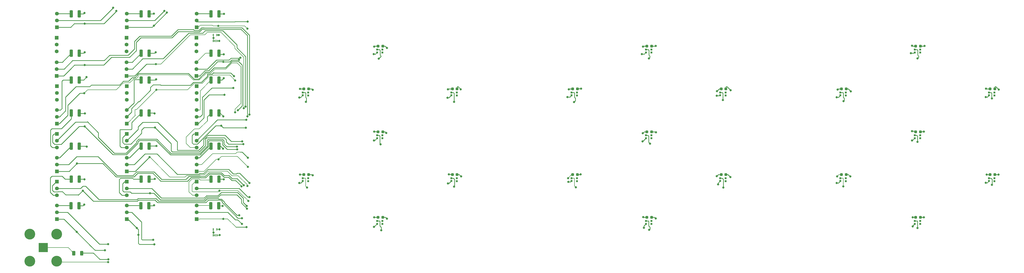
<source format=gbr>
%TF.GenerationSoftware,KiCad,Pcbnew,(6.0.8-1)-1*%
%TF.CreationDate,2023-04-06T11:00:11-04:00*%
%TF.ProjectId,Untitled,556e7469-746c-4656-942e-6b696361645f,rev?*%
%TF.SameCoordinates,Original*%
%TF.FileFunction,Copper,L1,Top*%
%TF.FilePolarity,Positive*%
%FSLAX46Y46*%
G04 Gerber Fmt 4.6, Leading zero omitted, Abs format (unit mm)*
G04 Created by KiCad (PCBNEW (6.0.8-1)-1) date 2023-04-06 11:00:11*
%MOMM*%
%LPD*%
G01*
G04 APERTURE LIST*
G04 Aperture macros list*
%AMRoundRect*
0 Rectangle with rounded corners*
0 $1 Rounding radius*
0 $2 $3 $4 $5 $6 $7 $8 $9 X,Y pos of 4 corners*
0 Add a 4 corners polygon primitive as box body*
4,1,4,$2,$3,$4,$5,$6,$7,$8,$9,$2,$3,0*
0 Add four circle primitives for the rounded corners*
1,1,$1+$1,$2,$3*
1,1,$1+$1,$4,$5*
1,1,$1+$1,$6,$7*
1,1,$1+$1,$8,$9*
0 Add four rect primitives between the rounded corners*
20,1,$1+$1,$2,$3,$4,$5,0*
20,1,$1+$1,$4,$5,$6,$7,0*
20,1,$1+$1,$6,$7,$8,$9,0*
20,1,$1+$1,$8,$9,$2,$3,0*%
G04 Aperture macros list end*
%TA.AperFunction,ComponentPad*%
%ADD10R,1.397000X1.397000*%
%TD*%
%TA.AperFunction,ComponentPad*%
%ADD11C,1.397000*%
%TD*%
%TA.AperFunction,SMDPad,CuDef*%
%ADD12RoundRect,0.250000X-0.325000X-1.100000X0.325000X-1.100000X0.325000X1.100000X-0.325000X1.100000X0*%
%TD*%
%TA.AperFunction,SMDPad,CuDef*%
%ADD13R,0.700000X0.700000*%
%TD*%
%TA.AperFunction,SMDPad,CuDef*%
%ADD14RoundRect,0.237500X-0.287500X-0.237500X0.287500X-0.237500X0.287500X0.237500X-0.287500X0.237500X0*%
%TD*%
%TA.AperFunction,SMDPad,CuDef*%
%ADD15RoundRect,0.087500X-0.087500X-0.337500X0.087500X-0.337500X0.087500X0.337500X-0.087500X0.337500X0*%
%TD*%
%TA.AperFunction,SMDPad,CuDef*%
%ADD16RoundRect,0.250000X-0.312500X-0.625000X0.312500X-0.625000X0.312500X0.625000X-0.312500X0.625000X0*%
%TD*%
%TA.AperFunction,ComponentPad*%
%ADD17R,3.500000X3.500000*%
%TD*%
%TA.AperFunction,ComponentPad*%
%ADD18C,4.000000*%
%TD*%
%TA.AperFunction,ViaPad*%
%ADD19C,0.800000*%
%TD*%
%TA.AperFunction,Conductor*%
%ADD20C,0.250000*%
%TD*%
%TA.AperFunction,Conductor*%
%ADD21C,0.200000*%
%TD*%
G04 APERTURE END LIST*
D10*
%TO.P,REF\u002A\u002A,1*%
%TO.N,N/C*%
X7200000Y-59200000D03*
D11*
%TO.P,REF\u002A\u002A,2*%
X7200000Y-56660000D03*
%TO.P,REF\u002A\u002A,3*%
X7200000Y-54120000D03*
%TD*%
D10*
%TO.P,REF\u002A\u002A,1*%
%TO.N,N/C*%
X7250100Y-76987500D03*
D11*
%TO.P,REF\u002A\u002A,2*%
X7250100Y-74447500D03*
%TO.P,REF\u002A\u002A,3*%
X7250100Y-71907500D03*
%TD*%
D10*
%TO.P,REF\u002A\u002A,1*%
%TO.N,N/C*%
X7250100Y-112587500D03*
D11*
%TO.P,REF\u002A\u002A,2*%
X7250100Y-110047500D03*
%TO.P,REF\u002A\u002A,3*%
X7250100Y-107507500D03*
%TD*%
D12*
%TO.P,10 nF,1*%
%TO.N,N/C*%
X12625000Y-97690951D03*
%TO.P,10 nF,2*%
X15575000Y-97690951D03*
%TD*%
%TO.P,10 nF,1*%
%TO.N,N/C*%
X12625000Y-73072857D03*
%TO.P,10 nF,2*%
X15575000Y-73072857D03*
%TD*%
D10*
%TO.P,REF\u002A\u002A,1*%
%TO.N,N/C*%
X7250100Y-98612500D03*
D11*
%TO.P,REF\u002A\u002A,2*%
X7250100Y-101152500D03*
%TO.P,REF\u002A\u002A,3*%
X7250100Y-103692500D03*
%TD*%
D10*
%TO.P,REF\u002A\u002A,1*%
%TO.N,N/C*%
X7200000Y-45000000D03*
D11*
%TO.P,REF\u002A\u002A,2*%
X7200000Y-47540000D03*
%TO.P,REF\u002A\u002A,3*%
X7200000Y-50080000D03*
%TD*%
D12*
%TO.P,10 nF,1*%
%TO.N,N/C*%
X12525000Y-107600000D03*
%TO.P,10 nF,2*%
X15475000Y-107600000D03*
%TD*%
%TO.P,10 nF,1*%
%TO.N,N/C*%
X12625000Y-50800000D03*
%TO.P,10 nF,2*%
X15575000Y-50800000D03*
%TD*%
D10*
%TO.P,REF\u002A\u002A,1*%
%TO.N,N/C*%
X7250100Y-94787500D03*
D11*
%TO.P,REF\u002A\u002A,2*%
X7250100Y-92247500D03*
%TO.P,REF\u002A\u002A,3*%
X7250100Y-89707500D03*
%TD*%
D10*
%TO.P,REF\u002A\u002A,1*%
%TO.N,N/C*%
X7250100Y-41100000D03*
D11*
%TO.P,REF\u002A\u002A,2*%
X7250100Y-38560000D03*
%TO.P,REF\u002A\u002A,3*%
X7250100Y-36020000D03*
%TD*%
D10*
%TO.P,REF\u002A\u002A,1*%
%TO.N,N/C*%
X7250100Y-63012500D03*
D11*
%TO.P,REF\u002A\u002A,2*%
X7250100Y-65552500D03*
%TO.P,REF\u002A\u002A,3*%
X7250100Y-68092500D03*
%TD*%
D12*
%TO.P,10 nF,1*%
%TO.N,N/C*%
X12625000Y-85381904D03*
%TO.P,10 nF,2*%
X15575000Y-85381904D03*
%TD*%
%TO.P,10 nF,1*%
%TO.N,N/C*%
X12625000Y-36145716D03*
%TO.P,10 nF,2*%
X15575000Y-36145716D03*
%TD*%
%TO.P,10 nF,1*%
%TO.N,N/C*%
X12625000Y-60763810D03*
%TO.P,10 nF,2*%
X15575000Y-60763810D03*
%TD*%
D10*
%TO.P,REF\u002A\u002A,1*%
%TO.N,N/C*%
X7250100Y-80812500D03*
D11*
%TO.P,REF\u002A\u002A,2*%
X7250100Y-83352500D03*
%TO.P,REF\u002A\u002A,3*%
X7250100Y-85892500D03*
%TD*%
D10*
%TO.P,REF\u002A\u002A,1*%
%TO.N,N/C*%
X33250100Y-76987500D03*
D11*
%TO.P,REF\u002A\u002A,2*%
X33250100Y-74447500D03*
%TO.P,REF\u002A\u002A,3*%
X33250100Y-71907500D03*
%TD*%
D12*
%TO.P,10 nF,1*%
%TO.N,N/C*%
X38625000Y-97690951D03*
%TO.P,10 nF,2*%
X41575000Y-97690951D03*
%TD*%
%TO.P,10 nF,1*%
%TO.N,N/C*%
X38625000Y-50800000D03*
%TO.P,10 nF,2*%
X41575000Y-50800000D03*
%TD*%
D10*
%TO.P,REF\u002A\u002A,1*%
%TO.N,N/C*%
X33200000Y-59200000D03*
D11*
%TO.P,REF\u002A\u002A,2*%
X33200000Y-56660000D03*
%TO.P,REF\u002A\u002A,3*%
X33200000Y-54120000D03*
%TD*%
D10*
%TO.P,REF\u002A\u002A,1*%
%TO.N,N/C*%
X33250100Y-112587500D03*
D11*
%TO.P,REF\u002A\u002A,2*%
X33250100Y-110047500D03*
%TO.P,REF\u002A\u002A,3*%
X33250100Y-107507500D03*
%TD*%
D10*
%TO.P,REF\u002A\u002A,1*%
%TO.N,N/C*%
X33250100Y-63012500D03*
D11*
%TO.P,REF\u002A\u002A,2*%
X33250100Y-65552500D03*
%TO.P,REF\u002A\u002A,3*%
X33250100Y-68092500D03*
%TD*%
D10*
%TO.P,REF\u002A\u002A,1*%
%TO.N,N/C*%
X33250100Y-98612500D03*
D11*
%TO.P,REF\u002A\u002A,2*%
X33250100Y-101152500D03*
%TO.P,REF\u002A\u002A,3*%
X33250100Y-103692500D03*
%TD*%
D10*
%TO.P,REF\u002A\u002A,1*%
%TO.N,N/C*%
X33200000Y-45000000D03*
D11*
%TO.P,REF\u002A\u002A,2*%
X33200000Y-47540000D03*
%TO.P,REF\u002A\u002A,3*%
X33200000Y-50080000D03*
%TD*%
D12*
%TO.P,10 nF,1*%
%TO.N,N/C*%
X38525000Y-107600000D03*
%TO.P,10 nF,2*%
X41475000Y-107600000D03*
%TD*%
%TO.P,10 nF,1*%
%TO.N,N/C*%
X38625000Y-60763810D03*
%TO.P,10 nF,2*%
X41575000Y-60763810D03*
%TD*%
D10*
%TO.P,REF\u002A\u002A,1*%
%TO.N,N/C*%
X33250100Y-41100000D03*
D11*
%TO.P,REF\u002A\u002A,2*%
X33250100Y-38560000D03*
%TO.P,REF\u002A\u002A,3*%
X33250100Y-36020000D03*
%TD*%
D10*
%TO.P,REF\u002A\u002A,1*%
%TO.N,N/C*%
X33250100Y-80812500D03*
D11*
%TO.P,REF\u002A\u002A,2*%
X33250100Y-83352500D03*
%TO.P,REF\u002A\u002A,3*%
X33250100Y-85892500D03*
%TD*%
D10*
%TO.P,REF\u002A\u002A,1*%
%TO.N,N/C*%
X33250100Y-94787500D03*
D11*
%TO.P,REF\u002A\u002A,2*%
X33250100Y-92247500D03*
%TO.P,REF\u002A\u002A,3*%
X33250100Y-89707500D03*
%TD*%
D12*
%TO.P,10 nF,1*%
%TO.N,N/C*%
X38625000Y-85381904D03*
%TO.P,10 nF,2*%
X41575000Y-85381904D03*
%TD*%
%TO.P,10 nF,1*%
%TO.N,N/C*%
X38625000Y-36145716D03*
%TO.P,10 nF,2*%
X41575000Y-36145716D03*
%TD*%
%TO.P,10 nF,1*%
%TO.N,N/C*%
X38625000Y-73072857D03*
%TO.P,10 nF,2*%
X41575000Y-73072857D03*
%TD*%
D13*
%TO.P,REF\u002A\u002A,1*%
%TO.N,N/C*%
X356022500Y-65410000D03*
%TO.P,REF\u002A\u002A,2*%
X353997500Y-65410000D03*
%TO.P,REF\u002A\u002A,3*%
X353997500Y-66460000D03*
%TO.P,REF\u002A\u002A,4*%
X356022500Y-66510000D03*
%TD*%
D14*
%TO.P,REF\u002A\u002A,1*%
%TO.N,N/C*%
X299125000Y-95985000D03*
%TO.P,REF\u002A\u002A,2*%
X300875000Y-95985000D03*
%TD*%
%TO.P,REF\u002A\u002A,1*%
%TO.N,N/C*%
X326755000Y-111945000D03*
%TO.P,REF\u002A\u002A,2*%
X328505000Y-111945000D03*
%TD*%
D13*
%TO.P,REF\u002A\u002A,1*%
%TO.N,N/C*%
X356022500Y-97320000D03*
%TO.P,REF\u002A\u002A,2*%
X353997500Y-97320000D03*
%TO.P,REF\u002A\u002A,3*%
X353997500Y-98370000D03*
%TO.P,REF\u002A\u002A,4*%
X356022500Y-98420000D03*
%TD*%
%TO.P,REF\u002A\u002A,1*%
%TO.N,N/C*%
X328382500Y-81370000D03*
%TO.P,REF\u002A\u002A,2*%
X326357500Y-81370000D03*
%TO.P,REF\u002A\u002A,3*%
X326357500Y-82420000D03*
%TO.P,REF\u002A\u002A,4*%
X328382500Y-82470000D03*
%TD*%
%TO.P,REF\u002A\u002A,1*%
%TO.N,N/C*%
X300752500Y-97320000D03*
%TO.P,REF\u002A\u002A,2*%
X298727500Y-97320000D03*
%TO.P,REF\u002A\u002A,3*%
X298727500Y-98370000D03*
%TO.P,REF\u002A\u002A,4*%
X300752500Y-98420000D03*
%TD*%
D14*
%TO.P,REF\u002A\u002A,1*%
%TO.N,N/C*%
X299125000Y-64075000D03*
%TO.P,REF\u002A\u002A,2*%
X300875000Y-64075000D03*
%TD*%
%TO.P,REF\u002A\u002A,1*%
%TO.N,N/C*%
X354395000Y-64075000D03*
%TO.P,REF\u002A\u002A,2*%
X356145000Y-64075000D03*
%TD*%
D13*
%TO.P,REF\u002A\u002A,1*%
%TO.N,N/C*%
X328382500Y-49460000D03*
%TO.P,REF\u002A\u002A,2*%
X326357500Y-49460000D03*
%TO.P,REF\u002A\u002A,3*%
X326357500Y-50510000D03*
%TO.P,REF\u002A\u002A,4*%
X328382500Y-50560000D03*
%TD*%
%TO.P,REF\u002A\u002A,1*%
%TO.N,N/C*%
X328382500Y-113280000D03*
%TO.P,REF\u002A\u002A,2*%
X326357500Y-113280000D03*
%TO.P,REF\u002A\u002A,3*%
X326357500Y-114330000D03*
%TO.P,REF\u002A\u002A,4*%
X328382500Y-114380000D03*
%TD*%
D14*
%TO.P,REF\u002A\u002A,1*%
%TO.N,N/C*%
X354395000Y-95985000D03*
%TO.P,REF\u002A\u002A,2*%
X356145000Y-95985000D03*
%TD*%
%TO.P,REF\u002A\u002A,1*%
%TO.N,N/C*%
X326755000Y-48125000D03*
%TO.P,REF\u002A\u002A,2*%
X328505000Y-48125000D03*
%TD*%
%TO.P,REF\u002A\u002A,1*%
%TO.N,N/C*%
X326755000Y-80035000D03*
%TO.P,REF\u002A\u002A,2*%
X328505000Y-80035000D03*
%TD*%
D13*
%TO.P,REF\u002A\u002A,1*%
%TO.N,N/C*%
X300752500Y-65410000D03*
%TO.P,REF\u002A\u002A,2*%
X298727500Y-65410000D03*
%TO.P,REF\u002A\u002A,3*%
X298727500Y-66460000D03*
%TO.P,REF\u002A\u002A,4*%
X300752500Y-66510000D03*
%TD*%
D14*
%TO.P,REF\u002A\u002A,1*%
%TO.N,N/C*%
X199125000Y-95985000D03*
%TO.P,REF\u002A\u002A,2*%
X200875000Y-95985000D03*
%TD*%
%TO.P,REF\u002A\u002A,1*%
%TO.N,N/C*%
X226755000Y-111945000D03*
%TO.P,REF\u002A\u002A,2*%
X228505000Y-111945000D03*
%TD*%
D13*
%TO.P,REF\u002A\u002A,1*%
%TO.N,N/C*%
X256022500Y-97320000D03*
%TO.P,REF\u002A\u002A,2*%
X253997500Y-97320000D03*
%TO.P,REF\u002A\u002A,3*%
X253997500Y-98370000D03*
%TO.P,REF\u002A\u002A,4*%
X256022500Y-98420000D03*
%TD*%
%TO.P,REF\u002A\u002A,1*%
%TO.N,N/C*%
X256022500Y-65410000D03*
%TO.P,REF\u002A\u002A,2*%
X253997500Y-65410000D03*
%TO.P,REF\u002A\u002A,3*%
X253997500Y-66460000D03*
%TO.P,REF\u002A\u002A,4*%
X256022500Y-66510000D03*
%TD*%
%TO.P,REF\u002A\u002A,1*%
%TO.N,N/C*%
X228382500Y-49460000D03*
%TO.P,REF\u002A\u002A,2*%
X226357500Y-49460000D03*
%TO.P,REF\u002A\u002A,3*%
X226357500Y-50510000D03*
%TO.P,REF\u002A\u002A,4*%
X228382500Y-50560000D03*
%TD*%
D14*
%TO.P,REF\u002A\u002A,1*%
%TO.N,N/C*%
X254395000Y-95985000D03*
%TO.P,REF\u002A\u002A,2*%
X256145000Y-95985000D03*
%TD*%
%TO.P,REF\u002A\u002A,1*%
%TO.N,N/C*%
X226755000Y-80035000D03*
%TO.P,REF\u002A\u002A,2*%
X228505000Y-80035000D03*
%TD*%
D13*
%TO.P,REF\u002A\u002A,1*%
%TO.N,N/C*%
X200752500Y-97320000D03*
%TO.P,REF\u002A\u002A,2*%
X198727500Y-97320000D03*
%TO.P,REF\u002A\u002A,3*%
X198727500Y-98370000D03*
%TO.P,REF\u002A\u002A,4*%
X200752500Y-98420000D03*
%TD*%
%TO.P,REF\u002A\u002A,1*%
%TO.N,N/C*%
X200752500Y-65410000D03*
%TO.P,REF\u002A\u002A,2*%
X198727500Y-65410000D03*
%TO.P,REF\u002A\u002A,3*%
X198727500Y-66460000D03*
%TO.P,REF\u002A\u002A,4*%
X200752500Y-66510000D03*
%TD*%
D14*
%TO.P,REF\u002A\u002A,1*%
%TO.N,N/C*%
X199125000Y-64075000D03*
%TO.P,REF\u002A\u002A,2*%
X200875000Y-64075000D03*
%TD*%
%TO.P,REF\u002A\u002A,1*%
%TO.N,N/C*%
X226755000Y-48125000D03*
%TO.P,REF\u002A\u002A,2*%
X228505000Y-48125000D03*
%TD*%
%TO.P,REF\u002A\u002A,1*%
%TO.N,N/C*%
X254395000Y-64075000D03*
%TO.P,REF\u002A\u002A,2*%
X256145000Y-64075000D03*
%TD*%
D13*
%TO.P,REF\u002A\u002A,1*%
%TO.N,N/C*%
X228382500Y-113280000D03*
%TO.P,REF\u002A\u002A,2*%
X226357500Y-113280000D03*
%TO.P,REF\u002A\u002A,3*%
X226357500Y-114330000D03*
%TO.P,REF\u002A\u002A,4*%
X228382500Y-114380000D03*
%TD*%
%TO.P,REF\u002A\u002A,1*%
%TO.N,N/C*%
X228382500Y-81370000D03*
%TO.P,REF\u002A\u002A,2*%
X226357500Y-81370000D03*
%TO.P,REF\u002A\u002A,3*%
X226357500Y-82420000D03*
%TO.P,REF\u002A\u002A,4*%
X228382500Y-82470000D03*
%TD*%
D12*
%TO.P,10 nF,1*%
%TO.N,N/C*%
X64525000Y-107600000D03*
%TO.P,10 nF,2*%
X67475000Y-107600000D03*
%TD*%
D15*
%TO.P,Temp2,1*%
%TO.N,N/C*%
X65450000Y-118600000D03*
%TO.P,Temp2,2*%
X66100000Y-118600000D03*
%TO.P,Temp2,3*%
X66750000Y-118600000D03*
%TO.P,Temp2,4*%
X66750000Y-116400000D03*
%TO.P,Temp2,5*%
X65450000Y-116400000D03*
%TD*%
D13*
%TO.P,REF\u002A\u002A,1*%
%TO.N,N/C*%
X128382500Y-49460000D03*
%TO.P,REF\u002A\u002A,2*%
X126357500Y-49460000D03*
%TO.P,REF\u002A\u002A,3*%
X126357500Y-50510000D03*
%TO.P,REF\u002A\u002A,4*%
X128382500Y-50560000D03*
%TD*%
D16*
%TO.P,50 \u03A9,1*%
%TO.N,N/C*%
X13575000Y-125300000D03*
%TO.P,50 \u03A9,2*%
X16500000Y-125300000D03*
%TD*%
D15*
%TO.P,REF\u002A\u002A,1*%
%TO.N,N/C*%
X65450000Y-46200000D03*
%TO.P,REF\u002A\u002A,2*%
X66100000Y-46200000D03*
%TO.P,REF\u002A\u002A,3*%
X66750000Y-46200000D03*
%TO.P,REF\u002A\u002A,4*%
X66750000Y-44000000D03*
%TO.P,REF\u002A\u002A,5*%
X65450000Y-44000000D03*
%TD*%
D12*
%TO.P,10 nF,1*%
%TO.N,N/C*%
X64625000Y-36145716D03*
%TO.P,10 nF,2*%
X67575000Y-36145716D03*
%TD*%
D10*
%TO.P,REF\u002A\u002A,1*%
%TO.N,N/C*%
X59200000Y-59200000D03*
D11*
%TO.P,REF\u002A\u002A,2*%
X59200000Y-56660000D03*
%TO.P,REF\u002A\u002A,3*%
X59200000Y-54120000D03*
%TD*%
D13*
%TO.P,REF\u002A\u002A,1*%
%TO.N,N/C*%
X156022500Y-97320000D03*
%TO.P,REF\u002A\u002A,2*%
X153997500Y-97320000D03*
%TO.P,REF\u002A\u002A,3*%
X153997500Y-98370000D03*
%TO.P,REF\u002A\u002A,4*%
X156022500Y-98420000D03*
%TD*%
D14*
%TO.P,REF\u002A\u002A,1*%
%TO.N,N/C*%
X99125000Y-95985000D03*
%TO.P,REF\u002A\u002A,2*%
X100875000Y-95985000D03*
%TD*%
D17*
%TO.P,LEDs,1*%
%TO.N,N/C*%
X2200000Y-123200000D03*
D18*
%TO.P,LEDs,2*%
X-2825000Y-118175000D03*
X-2825000Y-128225000D03*
X7225000Y-128225000D03*
X7225000Y-118175000D03*
%TD*%
D13*
%TO.P,REF\u002A\u002A,1*%
%TO.N,N/C*%
X100752500Y-97320000D03*
%TO.P,REF\u002A\u002A,2*%
X98727500Y-97320000D03*
%TO.P,REF\u002A\u002A,3*%
X98727500Y-98370000D03*
%TO.P,REF\u002A\u002A,4*%
X100752500Y-98420000D03*
%TD*%
D12*
%TO.P,10 nF,1*%
%TO.N,N/C*%
X64625000Y-73072857D03*
%TO.P,10 nF,2*%
X67575000Y-73072857D03*
%TD*%
D10*
%TO.P,REF\u002A\u002A,1*%
%TO.N,N/C*%
X59250100Y-41100000D03*
D11*
%TO.P,REF\u002A\u002A,2*%
X59250100Y-38560000D03*
%TO.P,REF\u002A\u002A,3*%
X59250100Y-36020000D03*
%TD*%
D10*
%TO.P,REF\u002A\u002A,1*%
%TO.N,N/C*%
X59250100Y-76987500D03*
D11*
%TO.P,REF\u002A\u002A,2*%
X59250100Y-74447500D03*
%TO.P,REF\u002A\u002A,3*%
X59250100Y-71907500D03*
%TD*%
D14*
%TO.P,REF\u002A\u002A,1*%
%TO.N,N/C*%
X154395000Y-95985000D03*
%TO.P,REF\u002A\u002A,2*%
X156145000Y-95985000D03*
%TD*%
%TO.P,REF\u002A\u002A,1*%
%TO.N,N/C*%
X154395000Y-64075000D03*
%TO.P,REF\u002A\u002A,2*%
X156145000Y-64075000D03*
%TD*%
D13*
%TO.P,REF\u002A\u002A,1*%
%TO.N,N/C*%
X128382500Y-81370000D03*
%TO.P,REF\u002A\u002A,2*%
X126357500Y-81370000D03*
%TO.P,REF\u002A\u002A,3*%
X126357500Y-82420000D03*
%TO.P,REF\u002A\u002A,4*%
X128382500Y-82470000D03*
%TD*%
D12*
%TO.P,10 nF,1*%
%TO.N,N/C*%
X64625000Y-60763810D03*
%TO.P,10 nF,2*%
X67575000Y-60763810D03*
%TD*%
%TO.P,10 nF,1*%
%TO.N,N/C*%
X64625000Y-50800000D03*
%TO.P,10 nF,2*%
X67575000Y-50800000D03*
%TD*%
D13*
%TO.P,REF\u002A\u002A,1*%
%TO.N,N/C*%
X128382500Y-113280000D03*
%TO.P,REF\u002A\u002A,2*%
X126357500Y-113280000D03*
%TO.P,REF\u002A\u002A,3*%
X126357500Y-114330000D03*
%TO.P,REF\u002A\u002A,4*%
X128382500Y-114380000D03*
%TD*%
%TO.P,REF\u002A\u002A,1*%
%TO.N,N/C*%
X156022500Y-65410000D03*
%TO.P,REF\u002A\u002A,2*%
X153997500Y-65410000D03*
%TO.P,REF\u002A\u002A,3*%
X153997500Y-66460000D03*
%TO.P,REF\u002A\u002A,4*%
X156022500Y-66510000D03*
%TD*%
D14*
%TO.P,REF\u002A\u002A,1*%
%TO.N,N/C*%
X126755000Y-111945000D03*
%TO.P,REF\u002A\u002A,2*%
X128505000Y-111945000D03*
%TD*%
%TO.P,REF\u002A\u002A,1*%
%TO.N,N/C*%
X126755000Y-48125000D03*
%TO.P,REF\u002A\u002A,2*%
X128505000Y-48125000D03*
%TD*%
D12*
%TO.P,10 nF,1*%
%TO.N,N/C*%
X64625000Y-85381904D03*
%TO.P,10 nF,2*%
X67575000Y-85381904D03*
%TD*%
D10*
%TO.P,REF\u002A\u002A,1*%
%TO.N,N/C*%
X59250100Y-94787500D03*
D11*
%TO.P,REF\u002A\u002A,2*%
X59250100Y-92247500D03*
%TO.P,REF\u002A\u002A,3*%
X59250100Y-89707500D03*
%TD*%
D14*
%TO.P,REF\u002A\u002A,1*%
%TO.N,N/C*%
X126755000Y-80035000D03*
%TO.P,REF\u002A\u002A,2*%
X128505000Y-80035000D03*
%TD*%
D10*
%TO.P,REF\u002A\u002A,1*%
%TO.N,N/C*%
X59250100Y-112587500D03*
D11*
%TO.P,REF\u002A\u002A,2*%
X59250100Y-110047500D03*
%TO.P,REF\u002A\u002A,3*%
X59250100Y-107507500D03*
%TD*%
D12*
%TO.P,10 nF,1*%
%TO.N,N/C*%
X64625000Y-97690951D03*
%TO.P,10 nF,2*%
X67575000Y-97690951D03*
%TD*%
D13*
%TO.P,REF\u002A\u002A,1*%
%TO.N,N/C*%
X100752500Y-65410000D03*
%TO.P,REF\u002A\u002A,2*%
X98727500Y-65410000D03*
%TO.P,REF\u002A\u002A,3*%
X98727500Y-66460000D03*
%TO.P,REF\u002A\u002A,4*%
X100752500Y-66510000D03*
%TD*%
D14*
%TO.P,REF\u002A\u002A,1*%
%TO.N,N/C*%
X99125000Y-64075000D03*
%TO.P,REF\u002A\u002A,2*%
X100875000Y-64075000D03*
%TD*%
D10*
%TO.P,REF\u002A\u002A,1*%
%TO.N,N/C*%
X59250100Y-80812500D03*
D11*
%TO.P,REF\u002A\u002A,2*%
X59250100Y-83352500D03*
%TO.P,REF\u002A\u002A,3*%
X59250100Y-85892500D03*
%TD*%
D10*
%TO.P,REF\u002A\u002A,1*%
%TO.N,N/C*%
X59200000Y-45000000D03*
D11*
%TO.P,REF\u002A\u002A,2*%
X59200000Y-47540000D03*
%TO.P,REF\u002A\u002A,3*%
X59200000Y-50080000D03*
%TD*%
D10*
%TO.P,REF\u002A\u002A,1*%
%TO.N,N/C*%
X59250100Y-98612500D03*
D11*
%TO.P,REF\u002A\u002A,2*%
X59250100Y-101152500D03*
%TO.P,REF\u002A\u002A,3*%
X59250100Y-103692500D03*
%TD*%
D10*
%TO.P,REF\u002A\u002A,1*%
%TO.N,N/C*%
X59250100Y-63012500D03*
D11*
%TO.P,REF\u002A\u002A,2*%
X59250100Y-65552500D03*
%TO.P,REF\u002A\u002A,3*%
X59250100Y-68092500D03*
%TD*%
D19*
%TO.N,*%
X73600000Y-60900000D03*
X73100000Y-59300000D03*
X73600000Y-72800000D03*
X74600000Y-72000000D03*
X17400000Y-65700000D03*
X18300000Y-59700000D03*
X44300000Y-64400000D03*
X44200000Y-60500000D03*
X76600000Y-84600000D03*
X76200000Y-83600000D03*
X74200000Y-85600000D03*
X74300000Y-86600000D03*
X43600000Y-73200000D03*
X43800000Y-78500000D03*
X17700000Y-73200000D03*
X17600000Y-78000000D03*
X78900000Y-99100000D03*
X78100000Y-100200000D03*
X75900000Y-100400000D03*
X76800000Y-100000000D03*
X76800000Y-71300000D03*
X77500000Y-70700000D03*
X78100000Y-74300000D03*
X78900000Y-73600000D03*
X44100000Y-54800000D03*
X44000000Y-50400000D03*
X17600000Y-55200000D03*
X17600000Y-50400000D03*
X18400000Y-85600000D03*
X14750000Y-91850000D03*
X41700000Y-89500000D03*
X44300000Y-85300000D03*
X78000000Y-108700000D03*
X77900000Y-107700000D03*
X76100000Y-112200000D03*
X75100000Y-111100000D03*
X41900000Y-102900000D03*
X43700000Y-97600000D03*
X16900000Y-102000000D03*
X17500000Y-97800000D03*
X43500000Y-122000000D03*
X43100000Y-120300000D03*
X25100000Y-124200000D03*
X26300000Y-121900000D03*
X36950000Y-115850000D03*
X37600000Y-118400000D03*
X43400000Y-107400000D03*
X14600000Y-117300000D03*
X17400000Y-107200000D03*
X48200000Y-35600000D03*
X47200000Y-35000000D03*
X43300000Y-40500000D03*
X43300000Y-36000000D03*
X28200000Y-33800000D03*
X29400000Y-35000000D03*
X17500000Y-35800000D03*
X17600000Y-39800000D03*
X299900000Y-68600000D03*
X325400000Y-48000000D03*
X325400000Y-83300000D03*
X297300000Y-99100000D03*
X324900000Y-50800000D03*
X353100000Y-96000000D03*
X297700000Y-64300000D03*
X325600000Y-111900000D03*
X327400000Y-52700000D03*
X325600000Y-115300000D03*
X357600000Y-64300000D03*
X355100000Y-67600000D03*
X352900000Y-64000000D03*
X297300000Y-67200000D03*
X302600000Y-65000000D03*
X352800000Y-67100000D03*
X352800000Y-99000000D03*
X325400000Y-79800000D03*
X329800000Y-111900000D03*
X357500000Y-96000000D03*
X299800000Y-100400000D03*
X327400000Y-115900000D03*
X355100000Y-99800000D03*
X329800000Y-80000000D03*
X302400000Y-96700000D03*
X297500000Y-96700000D03*
X330000000Y-48100000D03*
X327400000Y-83800000D03*
X224900000Y-51100000D03*
X225100000Y-83600000D03*
X257800000Y-96900000D03*
X202300000Y-64000000D03*
X230000000Y-112300000D03*
X197400000Y-97300000D03*
X197700000Y-64200000D03*
X253200000Y-99600000D03*
X225200000Y-80600000D03*
X197200000Y-67100000D03*
X255200000Y-100800000D03*
X252800000Y-64900000D03*
X230000000Y-48100000D03*
X202100000Y-95900000D03*
X225400000Y-111800000D03*
X227600000Y-116600000D03*
X225600000Y-115800000D03*
X200300000Y-100700000D03*
X199600000Y-69000000D03*
X227900000Y-84500000D03*
X257900000Y-64600000D03*
X225300000Y-48300000D03*
X252700000Y-66600000D03*
X197500000Y-98700000D03*
X255000000Y-68200000D03*
X252700000Y-96600000D03*
X230100000Y-80200000D03*
X227500000Y-52700000D03*
X97700000Y-96000000D03*
X69300000Y-51200000D03*
X130000000Y-112400000D03*
X78170000Y-41630000D03*
X78300000Y-89700000D03*
X69200000Y-54000000D03*
X125100000Y-51100000D03*
X75000000Y-53200000D03*
X125300000Y-80000000D03*
X130000000Y-48800000D03*
X125300000Y-111900000D03*
X125200000Y-115500000D03*
X157500000Y-64200000D03*
X67800000Y-118500000D03*
X127000000Y-52800000D03*
X125200000Y-83300000D03*
X67500000Y-44000000D03*
X78200000Y-39000000D03*
X65500000Y-117600000D03*
X102400000Y-64400000D03*
X157600000Y-96700000D03*
X67400000Y-90300000D03*
X65500000Y-45100000D03*
X67300000Y-40600000D03*
X152700000Y-99300000D03*
X97700000Y-64100000D03*
X77790000Y-115510000D03*
X155000000Y-100500000D03*
X69100000Y-86300000D03*
X97400000Y-67300000D03*
X76100000Y-114400000D03*
X78300000Y-93100000D03*
X152700000Y-64200000D03*
X102400000Y-96200000D03*
X69200000Y-74300000D03*
X69600000Y-66251790D03*
X77700000Y-75600000D03*
X78500000Y-105800000D03*
X67700000Y-116400000D03*
X69400000Y-36100000D03*
X127900000Y-116700000D03*
X26437500Y-127600000D03*
X75500000Y-52500000D03*
X77541068Y-78558932D03*
X100300000Y-100800000D03*
X99900000Y-68900000D03*
X69300000Y-60100000D03*
X127700000Y-84700000D03*
X67700000Y-102000000D03*
X78900000Y-104400000D03*
X125300000Y-48300000D03*
X152600000Y-67400000D03*
X72900000Y-63711790D03*
X97400000Y-99100000D03*
X68400000Y-77800000D03*
X68900000Y-107700000D03*
X67600000Y-46200000D03*
X155000000Y-68900000D03*
X26337500Y-128600000D03*
X129800000Y-80500000D03*
X153100000Y-95900000D03*
X69200000Y-112500000D03*
X69300000Y-97800000D03*
%TD*%
D20*
%TO.N,*%
X7250100Y-92247500D02*
X11652500Y-92247500D01*
X11652500Y-92247500D02*
X14600000Y-89300000D01*
X14600000Y-89300000D02*
X22600000Y-89300000D01*
X22600000Y-89300000D02*
X29600000Y-96300000D01*
X29600000Y-96300000D02*
X35600000Y-96300000D01*
X35600000Y-96300000D02*
X36900000Y-95000000D01*
X43400000Y-95000000D02*
X46200000Y-97800000D01*
X36900000Y-95000000D02*
X43400000Y-95000000D01*
X46200000Y-97800000D02*
X55300000Y-97800000D01*
X55300000Y-97800000D02*
X56400000Y-96700000D01*
X56400000Y-96700000D02*
X62400000Y-96700000D01*
X62400000Y-96700000D02*
X63800000Y-95300000D01*
X63800000Y-95300000D02*
X68500000Y-95300000D01*
X68500000Y-95300000D02*
X69500000Y-96300000D01*
X69500000Y-96300000D02*
X71300000Y-96300000D01*
X71300000Y-96300000D02*
X72500000Y-97500000D01*
X72500000Y-97500000D02*
X74200000Y-97500000D01*
X74200000Y-97500000D02*
X74250000Y-97450000D01*
X74250000Y-97450000D02*
X76700000Y-99900000D01*
X357485000Y-95985000D02*
X356145000Y-95985000D01*
X357500000Y-96000000D02*
X357485000Y-95985000D01*
X353100000Y-96000000D02*
X353115000Y-95985000D01*
X353115000Y-95985000D02*
X354395000Y-95985000D01*
X353367500Y-99000000D02*
X353997500Y-98370000D01*
X352800000Y-99000000D02*
X353367500Y-99000000D01*
X355100000Y-99800000D02*
X355200000Y-99700000D01*
X355200000Y-99700000D02*
X355200000Y-97800000D01*
X355200000Y-97800000D02*
X354720000Y-97320000D01*
X354720000Y-97320000D02*
X353997500Y-97320000D01*
X355100000Y-67600000D02*
X355000000Y-67500000D01*
X355000000Y-67500000D02*
X355000000Y-65700000D01*
X355000000Y-65700000D02*
X354710000Y-65410000D01*
X354710000Y-65410000D02*
X353997500Y-65410000D01*
X352800000Y-67100000D02*
X353357500Y-67100000D01*
X353357500Y-67100000D02*
X353947500Y-66510000D01*
X352975000Y-64075000D02*
X354395000Y-64075000D01*
X352900000Y-64000000D02*
X352975000Y-64075000D01*
X357600000Y-64300000D02*
X356500000Y-63200000D01*
X356500000Y-63200000D02*
X356200000Y-63200000D01*
X330000000Y-48100000D02*
X329975000Y-48125000D01*
X329975000Y-48125000D02*
X328505000Y-48125000D01*
X327400000Y-52700000D02*
X327800000Y-52300000D01*
X327800000Y-51800000D02*
X327500000Y-51500000D01*
X327500000Y-51500000D02*
X327500000Y-49700000D01*
X327800000Y-52300000D02*
X327800000Y-51800000D01*
X327500000Y-49700000D02*
X327260000Y-49460000D01*
X327260000Y-49460000D02*
X326357500Y-49460000D01*
X324900000Y-50800000D02*
X326067500Y-50800000D01*
X326067500Y-50800000D02*
X326307500Y-50560000D01*
X325400000Y-48000000D02*
X325525000Y-48125000D01*
X325525000Y-48125000D02*
X326755000Y-48125000D01*
X329800000Y-80000000D02*
X328540000Y-80000000D01*
X328540000Y-80000000D02*
X328505000Y-80035000D01*
X325400000Y-79800000D02*
X326520000Y-79800000D01*
X326520000Y-79800000D02*
X326755000Y-80035000D01*
X325400000Y-83300000D02*
X325477500Y-83300000D01*
X325477500Y-83300000D02*
X326357500Y-82420000D01*
X327400000Y-83800000D02*
X327400000Y-81700000D01*
X327400000Y-81700000D02*
X327070000Y-81370000D01*
X327070000Y-81370000D02*
X326357500Y-81370000D01*
X329800000Y-111900000D02*
X329755000Y-111945000D01*
X329755000Y-111945000D02*
X328505000Y-111945000D01*
X325600000Y-111900000D02*
X325645000Y-111945000D01*
X325645000Y-111945000D02*
X326755000Y-111945000D01*
X325600000Y-115300000D02*
X325600000Y-115087500D01*
X325600000Y-115087500D02*
X326357500Y-114330000D01*
X327400000Y-115900000D02*
X327400000Y-115100000D01*
X327400000Y-115100000D02*
X327380000Y-115080000D01*
X327380000Y-115080000D02*
X327380000Y-113280000D01*
X327380000Y-113280000D02*
X326357500Y-113280000D01*
X254710000Y-65410000D02*
X253997500Y-65410000D01*
X255000000Y-65700000D02*
X254710000Y-65410000D01*
X255000000Y-68200000D02*
X255000000Y-65700000D01*
X252700000Y-66600000D02*
X253857500Y-66600000D01*
X253857500Y-66600000D02*
X253947500Y-66510000D01*
X252800000Y-64900000D02*
X253625000Y-64075000D01*
X253625000Y-64075000D02*
X254395000Y-64075000D01*
X257900000Y-64600000D02*
X256500000Y-63200000D01*
X256500000Y-63200000D02*
X256200000Y-63200000D01*
X302600000Y-65000000D02*
X301675000Y-64075000D01*
X301675000Y-64075000D02*
X300875000Y-64075000D01*
X297987500Y-67200000D02*
X298677500Y-66510000D01*
X297300000Y-67200000D02*
X297987500Y-67200000D01*
X297700000Y-64300000D02*
X297925000Y-64075000D01*
X297925000Y-64075000D02*
X299125000Y-64075000D01*
X300100000Y-67500000D02*
X299800000Y-67200000D01*
X299900000Y-68600000D02*
X300100000Y-68400000D01*
X299800000Y-67200000D02*
X299800000Y-65600000D01*
X300100000Y-68400000D02*
X300100000Y-67500000D01*
X299800000Y-65600000D02*
X299610000Y-65410000D01*
X299610000Y-65410000D02*
X298727500Y-65410000D01*
D21*
X299800000Y-97400000D02*
X299720000Y-97320000D01*
X299800000Y-100400000D02*
X299800000Y-97400000D01*
X299720000Y-97320000D02*
X298727500Y-97320000D01*
D20*
X297300000Y-99100000D02*
X297997500Y-99100000D01*
X297997500Y-99100000D02*
X298677500Y-98420000D01*
D21*
X297500000Y-96700000D02*
X298215000Y-95985000D01*
X298215000Y-95985000D02*
X299125000Y-95985000D01*
D20*
X302400000Y-96700000D02*
X301685000Y-95985000D01*
X301685000Y-95985000D02*
X300875000Y-95985000D01*
X256885000Y-95985000D02*
X256145000Y-95985000D01*
X257800000Y-96900000D02*
X256885000Y-95985000D01*
X252700000Y-96600000D02*
X253315000Y-95985000D01*
X253315000Y-95985000D02*
X254395000Y-95985000D01*
X255200000Y-100800000D02*
X255200000Y-97800000D01*
X255200000Y-97800000D02*
X254720000Y-97320000D01*
X254720000Y-97320000D02*
X253997500Y-97320000D01*
X253200000Y-99167500D02*
X253997500Y-98370000D01*
X253200000Y-99600000D02*
X253200000Y-99167500D01*
X230000000Y-112300000D02*
X229645000Y-111945000D01*
X229645000Y-111945000D02*
X228505000Y-111945000D01*
X225600000Y-115800000D02*
X225600000Y-115087500D01*
X225600000Y-115087500D02*
X226357500Y-114330000D01*
X227900000Y-115600000D02*
X227380000Y-115080000D01*
X227600000Y-116600000D02*
X227900000Y-116300000D01*
X227380000Y-115080000D02*
X227380000Y-113280000D01*
X227380000Y-113280000D02*
X226357500Y-113280000D01*
X227900000Y-116300000D02*
X227900000Y-115600000D01*
X225545000Y-111945000D02*
X226755000Y-111945000D01*
X225400000Y-111800000D02*
X225545000Y-111945000D01*
X230100000Y-80200000D02*
X229935000Y-80035000D01*
X229935000Y-80035000D02*
X228505000Y-80035000D01*
X225200000Y-80600000D02*
X225765000Y-80035000D01*
X225765000Y-80035000D02*
X226755000Y-80035000D01*
X225177500Y-83600000D02*
X226357500Y-82420000D01*
X225100000Y-83600000D02*
X225177500Y-83600000D01*
X227400000Y-81700000D02*
X227070000Y-81370000D01*
X227070000Y-81370000D02*
X226357500Y-81370000D01*
X227900000Y-84500000D02*
X227400000Y-84000000D01*
X227400000Y-84000000D02*
X227400000Y-81700000D01*
X202100000Y-95900000D02*
X202015000Y-95985000D01*
X202015000Y-95985000D02*
X200875000Y-95985000D01*
D21*
X197400000Y-97300000D02*
X198715000Y-95985000D01*
X198715000Y-95985000D02*
X199125000Y-95985000D01*
D20*
X197500000Y-98700000D02*
X198397500Y-98700000D01*
X198397500Y-98700000D02*
X198677500Y-98420000D01*
D21*
X200300000Y-100700000D02*
X199800000Y-100200000D01*
X199800000Y-100200000D02*
X199800000Y-97400000D01*
X199800000Y-97400000D02*
X199720000Y-97320000D01*
X199720000Y-97320000D02*
X198727500Y-97320000D01*
D20*
X157600000Y-96700000D02*
X156885000Y-95985000D01*
X156885000Y-95985000D02*
X156145000Y-95985000D01*
X155000000Y-100500000D02*
X155200000Y-100300000D01*
X155200000Y-100300000D02*
X155200000Y-97800000D01*
X155200000Y-97800000D02*
X154720000Y-97320000D01*
X154720000Y-97320000D02*
X153997500Y-97320000D01*
X152700000Y-99300000D02*
X153067500Y-99300000D01*
X153067500Y-99300000D02*
X153997500Y-98370000D01*
X153100000Y-95900000D02*
X154310000Y-95900000D01*
X154310000Y-95900000D02*
X154395000Y-95985000D01*
X130000000Y-112400000D02*
X129545000Y-111945000D01*
X129545000Y-111945000D02*
X128505000Y-111945000D01*
X125300000Y-111900000D02*
X125345000Y-111945000D01*
X125345000Y-111945000D02*
X126755000Y-111945000D01*
X125200000Y-115500000D02*
X125200000Y-115487500D01*
X125200000Y-115487500D02*
X126357500Y-114330000D01*
X127380000Y-113280000D02*
X126357500Y-113280000D01*
X127900000Y-116700000D02*
X127900000Y-115600000D01*
X127900000Y-115600000D02*
X127380000Y-115080000D01*
X127380000Y-115080000D02*
X127380000Y-113280000D01*
X102185000Y-95985000D02*
X100875000Y-95985000D01*
X102400000Y-96200000D02*
X102185000Y-95985000D01*
D21*
X97700000Y-96000000D02*
X97715000Y-95985000D01*
X97715000Y-95985000D02*
X99125000Y-95985000D01*
D20*
X97400000Y-99100000D02*
X97997500Y-99100000D01*
X97997500Y-99100000D02*
X98677500Y-98420000D01*
D21*
X100300000Y-100800000D02*
X99800000Y-100300000D01*
X99800000Y-100300000D02*
X99800000Y-97400000D01*
X99800000Y-97400000D02*
X99720000Y-97320000D01*
X99720000Y-97320000D02*
X98727500Y-97320000D01*
D20*
X129335000Y-80035000D02*
X128505000Y-80035000D01*
X129800000Y-80500000D02*
X129335000Y-80035000D01*
X126720000Y-80000000D02*
X126755000Y-80035000D01*
X125300000Y-80000000D02*
X126720000Y-80000000D01*
X125477500Y-83300000D02*
X126357500Y-82420000D01*
X125200000Y-83300000D02*
X125477500Y-83300000D01*
X127700000Y-84700000D02*
X127400000Y-84400000D01*
X127400000Y-84400000D02*
X127400000Y-81700000D01*
X127400000Y-81700000D02*
X127070000Y-81370000D01*
X127070000Y-81370000D02*
X126357500Y-81370000D01*
X130000000Y-48800000D02*
X129325000Y-48125000D01*
X129325000Y-48125000D02*
X128505000Y-48125000D01*
X125300000Y-48300000D02*
X125475000Y-48125000D01*
X125475000Y-48125000D02*
X126755000Y-48125000D01*
X125100000Y-51100000D02*
X125767500Y-51100000D01*
X125767500Y-51100000D02*
X126307500Y-50560000D01*
X127500000Y-49700000D02*
X127260000Y-49460000D01*
X127500000Y-51500000D02*
X127500000Y-49700000D01*
X127000000Y-52800000D02*
X127800000Y-52000000D01*
X127800000Y-52000000D02*
X127800000Y-51800000D01*
X127260000Y-49460000D02*
X126357500Y-49460000D01*
X127800000Y-51800000D02*
X127500000Y-51500000D01*
X227800000Y-52400000D02*
X227800000Y-51800000D01*
X227500000Y-49700000D02*
X227260000Y-49460000D01*
X227500000Y-52700000D02*
X227800000Y-52400000D01*
X227800000Y-51800000D02*
X227500000Y-51500000D01*
X227500000Y-51500000D02*
X227500000Y-49700000D01*
X227260000Y-49460000D02*
X226357500Y-49460000D01*
X230000000Y-48100000D02*
X229975000Y-48125000D01*
X229975000Y-48125000D02*
X228505000Y-48125000D01*
X225475000Y-48125000D02*
X226755000Y-48125000D01*
X225300000Y-48300000D02*
X225475000Y-48125000D01*
X224900000Y-51100000D02*
X225767500Y-51100000D01*
X225767500Y-51100000D02*
X226307500Y-50560000D01*
X157500000Y-64200000D02*
X156500000Y-63200000D01*
X156500000Y-63200000D02*
X156200000Y-63200000D01*
X152700000Y-64200000D02*
X152825000Y-64075000D01*
X152825000Y-64075000D02*
X154395000Y-64075000D01*
X202300000Y-64000000D02*
X200950000Y-64000000D01*
X200950000Y-64000000D02*
X200875000Y-64075000D01*
X197700000Y-64200000D02*
X197825000Y-64075000D01*
X197825000Y-64075000D02*
X199125000Y-64075000D01*
X197200000Y-67100000D02*
X198087500Y-67100000D01*
X198087500Y-67100000D02*
X198677500Y-66510000D01*
X200100000Y-67500000D02*
X199800000Y-67200000D01*
X199600000Y-69000000D02*
X200100000Y-68500000D01*
X200100000Y-68500000D02*
X200100000Y-67500000D01*
X199800000Y-65600000D02*
X199610000Y-65410000D01*
X199800000Y-67200000D02*
X199800000Y-65600000D01*
X199610000Y-65410000D02*
X198727500Y-65410000D01*
X152600000Y-67400000D02*
X153057500Y-67400000D01*
X153057500Y-67400000D02*
X153947500Y-66510000D01*
X155000000Y-65700000D02*
X154710000Y-65410000D01*
X155000000Y-68900000D02*
X155000000Y-65700000D01*
X154710000Y-65410000D02*
X153997500Y-65410000D01*
X102075000Y-64075000D02*
X100875000Y-64075000D01*
X102400000Y-64400000D02*
X102075000Y-64075000D01*
X97700000Y-64100000D02*
X97725000Y-64075000D01*
X97725000Y-64075000D02*
X99125000Y-64075000D01*
X97400000Y-67300000D02*
X97887500Y-67300000D01*
X97887500Y-67300000D02*
X98677500Y-66510000D01*
X99610000Y-65410000D02*
X98727500Y-65410000D01*
X99900000Y-68900000D02*
X100100000Y-68700000D01*
X100100000Y-68700000D02*
X100100000Y-67500000D01*
X100100000Y-67500000D02*
X99800000Y-67200000D01*
X99800000Y-65600000D02*
X99610000Y-65410000D01*
X99800000Y-67200000D02*
X99800000Y-65600000D01*
D21*
X76800000Y-71300000D02*
X76800000Y-52300000D01*
X76800000Y-52300000D02*
X73500000Y-49000000D01*
X73500000Y-49000000D02*
X73500000Y-48200000D01*
X56900000Y-43900000D02*
X46000000Y-54800000D01*
X73500000Y-48200000D02*
X68300000Y-43000000D01*
X68300000Y-43000000D02*
X63200000Y-43000000D01*
X63200000Y-43000000D02*
X62300000Y-43900000D01*
X62300000Y-43900000D02*
X56900000Y-43900000D01*
X46000000Y-54800000D02*
X44100000Y-54800000D01*
D20*
X74200000Y-48750000D02*
X74200000Y-47600000D01*
X77500000Y-52050000D02*
X74200000Y-48750000D01*
X77500000Y-70700000D02*
X77500000Y-52050000D01*
X74200000Y-47600000D02*
X69000000Y-42400000D01*
X69000000Y-42400000D02*
X62400000Y-42400000D01*
X62400000Y-42400000D02*
X61500000Y-43300000D01*
X61500000Y-43300000D02*
X56300000Y-43300000D01*
X56300000Y-43300000D02*
X46800000Y-52800000D01*
X46800000Y-52800000D02*
X39200000Y-52800000D01*
X39200000Y-52800000D02*
X35340000Y-56660000D01*
X35340000Y-56660000D02*
X33200000Y-56660000D01*
X66600000Y-53300000D02*
X63240000Y-56660000D01*
X75500000Y-52500000D02*
X75400000Y-52600000D01*
X75400000Y-52600000D02*
X72000000Y-52600000D01*
X72000000Y-52600000D02*
X71300000Y-53300000D01*
X71300000Y-53300000D02*
X66600000Y-53300000D01*
X63240000Y-56660000D02*
X59200000Y-56660000D01*
X74600000Y-72000000D02*
X76200000Y-70400000D01*
X76200000Y-70400000D02*
X76200000Y-55200000D01*
X76200000Y-55200000D02*
X74800000Y-53800000D01*
X74800000Y-53800000D02*
X72400000Y-53800000D01*
X72400000Y-53800000D02*
X70000000Y-56200000D01*
X70000000Y-56200000D02*
X65800000Y-56200000D01*
X65800000Y-56200000D02*
X64200000Y-57800000D01*
X64200000Y-57800000D02*
X62600000Y-57800000D01*
X62600000Y-57800000D02*
X60000000Y-60400000D01*
X60000000Y-60400000D02*
X58300000Y-60400000D01*
X58300000Y-60400000D02*
X56200000Y-58300000D01*
X56200000Y-58300000D02*
X37700000Y-58300000D01*
X37700000Y-58300000D02*
X37100000Y-58900000D01*
X37100000Y-58900000D02*
X37100000Y-59100000D01*
X37100000Y-59100000D02*
X36400000Y-59800000D01*
X36400000Y-59800000D02*
X35300000Y-59800000D01*
X35300000Y-59800000D02*
X33900000Y-61200000D01*
X33900000Y-61200000D02*
X32000000Y-61200000D01*
X32000000Y-61200000D02*
X30600000Y-62600000D01*
X30600000Y-62600000D02*
X20100000Y-62600000D01*
X20100000Y-62600000D02*
X19500000Y-63200000D01*
X19500000Y-63200000D02*
X14400000Y-63200000D01*
X14400000Y-63200000D02*
X10500000Y-67100000D01*
X10500000Y-67100000D02*
X10500000Y-72200000D01*
X10500000Y-72200000D02*
X8252500Y-74447500D01*
X8252500Y-74447500D02*
X7250100Y-74447500D01*
D21*
X73600000Y-72800000D02*
X73600000Y-71600000D01*
X73600000Y-71600000D02*
X75700000Y-69500000D01*
X75700000Y-55800000D02*
X74300000Y-54400000D01*
X64500000Y-58200000D02*
X62800000Y-58200000D01*
X62800000Y-58200000D02*
X60200000Y-60800000D01*
X60200000Y-60800000D02*
X58100000Y-60800000D01*
X66000000Y-56700000D02*
X64500000Y-58200000D01*
X74300000Y-54400000D02*
X72400000Y-54400000D01*
X70100000Y-56700000D02*
X66000000Y-56700000D01*
X72400000Y-54400000D02*
X70100000Y-56700000D01*
X75700000Y-69500000D02*
X75700000Y-55800000D01*
X58100000Y-60800000D02*
X56100000Y-58800000D01*
X56100000Y-58800000D02*
X37700000Y-58800000D01*
X37700000Y-58800000D02*
X37500000Y-59000000D01*
X37500000Y-59000000D02*
X37500000Y-59600000D01*
X37500000Y-59600000D02*
X36900000Y-60200000D01*
X29400000Y-64400000D02*
X18700000Y-64400000D01*
X32200000Y-61900000D02*
X31900000Y-61900000D01*
X36900000Y-60200000D02*
X35800000Y-60200000D01*
X35800000Y-60200000D02*
X35600000Y-60400000D01*
X35600000Y-60400000D02*
X35600000Y-60600000D01*
X35600000Y-60600000D02*
X34400000Y-61800000D01*
X34400000Y-61800000D02*
X32300000Y-61800000D01*
X32300000Y-61800000D02*
X32200000Y-61900000D01*
X31900000Y-61900000D02*
X29400000Y-64400000D01*
X18700000Y-64400000D02*
X17400000Y-65700000D01*
D20*
X75800000Y-41900000D02*
X61900000Y-41900000D01*
X61800000Y-41800000D02*
X61300000Y-41800000D01*
X78100000Y-44200000D02*
X75800000Y-41900000D01*
X61900000Y-41900000D02*
X61800000Y-41800000D01*
X78100000Y-74300000D02*
X78100000Y-44200000D01*
X61300000Y-41800000D02*
X60300000Y-42800000D01*
X24700000Y-55200000D02*
X17600000Y-55200000D01*
X58200000Y-42800000D02*
X58100000Y-42700000D01*
X60300000Y-42800000D02*
X58200000Y-42800000D01*
X36800000Y-46700000D02*
X36800000Y-49800000D01*
X34300000Y-52300000D02*
X27600000Y-52300000D01*
X58100000Y-42700000D02*
X52400000Y-42700000D01*
X52400000Y-42700000D02*
X50100000Y-45000000D01*
X50100000Y-45000000D02*
X38500000Y-45000000D01*
X38500000Y-45000000D02*
X36800000Y-46700000D01*
X36800000Y-49800000D02*
X34300000Y-52300000D01*
X27600000Y-52300000D02*
X24700000Y-55200000D01*
X78900000Y-73600000D02*
X78900000Y-44100000D01*
X78900000Y-44100000D02*
X76100000Y-41300000D01*
X76100000Y-41300000D02*
X67700000Y-41300000D01*
X67700000Y-41300000D02*
X67600000Y-41400000D01*
X67600000Y-41400000D02*
X62000000Y-41400000D01*
X62000000Y-41400000D02*
X61900000Y-41300000D01*
X61900000Y-41300000D02*
X61100000Y-41300000D01*
X61100000Y-41300000D02*
X60100000Y-42300000D01*
X60100000Y-42300000D02*
X58400000Y-42300000D01*
X58400000Y-42300000D02*
X58100000Y-42000000D01*
X58100000Y-42000000D02*
X52300000Y-42000000D01*
X52300000Y-42000000D02*
X49900000Y-44400000D01*
X49900000Y-44400000D02*
X38100000Y-44400000D01*
X38100000Y-44400000D02*
X36100000Y-46400000D01*
X36100000Y-46400000D02*
X36100000Y-49200000D01*
X36100000Y-49200000D02*
X33800000Y-51500000D01*
X33800000Y-51500000D02*
X26900000Y-51500000D01*
X26900000Y-51500000D02*
X24900000Y-53500000D01*
X24900000Y-53500000D02*
X13100000Y-53500000D01*
X13100000Y-53500000D02*
X9940000Y-56660000D01*
X9940000Y-56660000D02*
X7200000Y-56660000D01*
X75000000Y-53200000D02*
X74900000Y-53300000D01*
X74900000Y-53300000D02*
X72300000Y-53300000D01*
X72300000Y-53300000D02*
X71600000Y-54000000D01*
X71600000Y-54000000D02*
X69200000Y-54000000D01*
X72900000Y-63711790D02*
X64888210Y-63711790D01*
X64888210Y-63711790D02*
X61400000Y-67200000D01*
X61400000Y-73600000D02*
X60552500Y-74447500D01*
X61400000Y-67200000D02*
X61400000Y-73600000D01*
X60552500Y-74447500D02*
X59250100Y-74447500D01*
X59200000Y-59200000D02*
X60400000Y-59200000D01*
X60400000Y-59200000D02*
X62400000Y-57200000D01*
X62400000Y-57200000D02*
X63800000Y-57200000D01*
X63800000Y-57200000D02*
X67000000Y-54000000D01*
X67000000Y-54000000D02*
X67000000Y-53900000D01*
X67000000Y-53900000D02*
X69100000Y-53900000D01*
X69100000Y-53900000D02*
X69200000Y-54000000D01*
X45800000Y-62500000D02*
X46000000Y-62700000D01*
X63200000Y-59400000D02*
X63200000Y-58600000D01*
X33250100Y-74447500D02*
X35000000Y-72697600D01*
X71922534Y-58122534D02*
X73100000Y-59300000D01*
X35000000Y-71400000D02*
X37600000Y-68800000D01*
X42100000Y-63500000D02*
X43100000Y-62500000D01*
X65722534Y-58122534D02*
X71922534Y-58122534D01*
X35000000Y-72697600D02*
X35000000Y-71400000D01*
X37600000Y-68800000D02*
X37900000Y-68800000D01*
X61000000Y-61600000D02*
X63200000Y-59400000D01*
X37900000Y-68800000D02*
X42100000Y-64600000D01*
X42100000Y-64600000D02*
X42100000Y-63500000D01*
X46000000Y-62700000D02*
X57000000Y-62700000D01*
X57000000Y-62700000D02*
X58100000Y-61600000D01*
X43100000Y-62500000D02*
X45800000Y-62500000D01*
X58100000Y-61600000D02*
X61000000Y-61600000D01*
X63200000Y-58600000D02*
X65000000Y-58600000D01*
X65000000Y-58600000D02*
X65600000Y-58000000D01*
X65600000Y-58000000D02*
X65722534Y-58122534D01*
D21*
X44300000Y-64400000D02*
X55900000Y-64400000D01*
X58300000Y-62000000D02*
X61300000Y-62000000D01*
X61300000Y-62000000D02*
X63600000Y-59700000D01*
X65700000Y-59000000D02*
X65800000Y-58900000D01*
X55900000Y-64400000D02*
X58300000Y-62000000D01*
X63600000Y-59700000D02*
X63600000Y-59000000D01*
X65800000Y-58900000D02*
X71600000Y-58900000D01*
X63600000Y-59000000D02*
X65700000Y-59000000D01*
X71600000Y-58900000D02*
X73600000Y-60900000D01*
D20*
X7250100Y-76987500D02*
X8212500Y-76987500D01*
X8212500Y-76987500D02*
X11300000Y-73900000D01*
X11300000Y-73900000D02*
X11300000Y-70200000D01*
X11300000Y-70200000D02*
X15800000Y-65700000D01*
X15800000Y-65700000D02*
X17400000Y-65700000D01*
D21*
X36300000Y-73700000D02*
X36500000Y-73900000D01*
X36300000Y-71800000D02*
X36300000Y-73700000D01*
X44300000Y-64400000D02*
X36900000Y-71800000D01*
X36900000Y-71800000D02*
X36300000Y-71800000D01*
X36500000Y-73900000D02*
X33412500Y-76987500D01*
X33412500Y-76987500D02*
X33250100Y-76987500D01*
D20*
X41575000Y-60763810D02*
X43936190Y-60763810D01*
X43936190Y-60763810D02*
X44200000Y-60500000D01*
X15575000Y-60763810D02*
X17236190Y-60763810D01*
X17236190Y-60763810D02*
X18300000Y-59700000D01*
X60000000Y-86900000D02*
X61500000Y-85400000D01*
X61900000Y-82900000D02*
X63500000Y-81300000D01*
X52100000Y-86900000D02*
X60000000Y-86900000D01*
X61500000Y-85400000D02*
X61900000Y-85000000D01*
X61900000Y-83000000D02*
X61900000Y-82900000D01*
X69800000Y-81300000D02*
X70200000Y-81700000D01*
X72100000Y-83600000D02*
X76200000Y-83600000D01*
X52100000Y-83800000D02*
X52100000Y-86900000D01*
X44800000Y-76500000D02*
X52100000Y-83800000D01*
X61900000Y-85000000D02*
X61900000Y-83000000D01*
X63500000Y-81300000D02*
X69800000Y-81300000D01*
X70200000Y-81700000D02*
X72100000Y-83600000D01*
X71100000Y-84600000D02*
X76600000Y-84600000D01*
X49800000Y-87100000D02*
X50200000Y-87500000D01*
X49800000Y-84500000D02*
X49800000Y-87100000D01*
X63000000Y-82300000D02*
X69600000Y-82300000D01*
X70300000Y-83000000D02*
X70300000Y-83800000D01*
X62600000Y-82700000D02*
X63000000Y-82300000D01*
X60300000Y-87500000D02*
X62600000Y-85200000D01*
X43800000Y-78500000D02*
X49800000Y-84500000D01*
X50200000Y-87500000D02*
X60300000Y-87500000D01*
X62600000Y-85200000D02*
X62600000Y-82700000D01*
X69600000Y-82300000D02*
X70300000Y-83000000D01*
X70300000Y-83800000D02*
X71100000Y-84600000D01*
X59250100Y-80812500D02*
X58187500Y-80812500D01*
X58187500Y-80812500D02*
X57600000Y-81400000D01*
X57600000Y-81400000D02*
X57600000Y-84200000D01*
X57600000Y-84200000D02*
X58071300Y-84671300D01*
X58071300Y-84671300D02*
X59528700Y-84671300D01*
X59528700Y-84671300D02*
X66400000Y-77800000D01*
X66400000Y-77800000D02*
X68400000Y-77800000D01*
X69400000Y-84600000D02*
X70400000Y-85600000D01*
X49700000Y-88100000D02*
X60400000Y-88100000D01*
X44500000Y-82900000D02*
X49700000Y-88100000D01*
X28600000Y-88000000D02*
X33000000Y-88000000D01*
X68900000Y-82900000D02*
X69400000Y-83400000D01*
X63200000Y-85400000D02*
X63200000Y-83100000D01*
X70400000Y-85600000D02*
X74200000Y-85600000D01*
X60500000Y-88100000D02*
X63200000Y-85400000D01*
X69400000Y-83400000D02*
X69400000Y-84600000D01*
X37700000Y-82800000D02*
X44400000Y-82800000D01*
X44400000Y-82800000D02*
X44500000Y-82900000D01*
X18600000Y-76300000D02*
X22700000Y-80400000D01*
X22700000Y-82100000D02*
X28600000Y-88000000D01*
X36900000Y-83600000D02*
X37700000Y-82800000D01*
X63400000Y-82900000D02*
X68800000Y-82900000D01*
X68800000Y-82900000D02*
X68900000Y-82900000D01*
X22700000Y-80400000D02*
X22700000Y-82100000D01*
X36900000Y-83900000D02*
X36900000Y-83600000D01*
X33000000Y-88000000D02*
X36900000Y-84100000D01*
X63200000Y-83100000D02*
X63400000Y-82900000D01*
X36900000Y-84100000D02*
X36900000Y-83900000D01*
X60400000Y-88100000D02*
X60500000Y-88100000D01*
X63700000Y-85500000D02*
X63700000Y-83500000D01*
X63600000Y-85600000D02*
X63700000Y-85500000D01*
X68900000Y-83600000D02*
X68900000Y-84800000D01*
X37400000Y-83800000D02*
X37900000Y-83300000D01*
X17600000Y-78000000D02*
X28100000Y-88500000D01*
X49500000Y-88600000D02*
X60100000Y-88600000D01*
X34100000Y-87600000D02*
X37400000Y-84300000D01*
X60600000Y-88600000D02*
X63600000Y-85600000D01*
X29600000Y-88500000D02*
X33200000Y-88500000D01*
X47700000Y-86800000D02*
X49500000Y-88600000D01*
X37400000Y-84300000D02*
X37400000Y-83800000D01*
X37900000Y-83300000D02*
X39600000Y-83300000D01*
X60100000Y-88600000D02*
X60600000Y-88600000D01*
X39600000Y-83300000D02*
X44200000Y-83300000D01*
X70600000Y-86600000D02*
X74300000Y-86600000D01*
X44200000Y-83300000D02*
X47700000Y-86800000D01*
X68700000Y-83400000D02*
X68900000Y-83600000D01*
X63700000Y-83500000D02*
X63800000Y-83400000D01*
X63800000Y-83400000D02*
X68700000Y-83400000D01*
X68900000Y-84800000D02*
X68900000Y-84900000D01*
X28100000Y-88500000D02*
X29600000Y-88500000D01*
X33200000Y-88500000D02*
X34100000Y-87600000D01*
X68900000Y-84900000D02*
X70600000Y-86600000D01*
D21*
X75400000Y-87600000D02*
X74300000Y-87600000D01*
X74300000Y-87600000D02*
X73700000Y-88200000D01*
X73700000Y-88200000D02*
X65200000Y-88200000D01*
X65200000Y-88200000D02*
X61152500Y-92247500D01*
X61152500Y-92247500D02*
X59250100Y-92247500D01*
D20*
X75400000Y-87600000D02*
X76200000Y-87600000D01*
X76200000Y-87600000D02*
X78300000Y-89700000D01*
D21*
X74400000Y-89200000D02*
X68500000Y-89200000D01*
X68500000Y-89200000D02*
X67400000Y-90300000D01*
X78300000Y-93100000D02*
X74400000Y-89200000D01*
D20*
X15702143Y-73200000D02*
X17700000Y-73200000D01*
X15575000Y-73072857D02*
X15702143Y-73200000D01*
X43472857Y-73072857D02*
X43600000Y-73200000D01*
X41575000Y-73072857D02*
X43472857Y-73072857D01*
X39200000Y-76500000D02*
X44800000Y-76500000D01*
X37500000Y-78200000D02*
X39200000Y-76500000D01*
X33250100Y-83352500D02*
X37500000Y-79102600D01*
X37500000Y-79102600D02*
X37500000Y-78200000D01*
X33087500Y-80812500D02*
X31700000Y-82200000D01*
X39700000Y-78500000D02*
X43800000Y-78500000D01*
X38800000Y-79400000D02*
X39700000Y-78500000D01*
X33250100Y-80812500D02*
X33087500Y-80812500D01*
X34800000Y-84600000D02*
X38800000Y-80600000D01*
X32300000Y-84600000D02*
X34800000Y-84600000D01*
X31700000Y-82200000D02*
X31700000Y-84000000D01*
X31700000Y-84000000D02*
X32300000Y-84600000D01*
X38800000Y-80600000D02*
X38800000Y-79400000D01*
X18500000Y-76400000D02*
X18600000Y-76300000D01*
X15000000Y-76400000D02*
X18500000Y-76400000D01*
X7250100Y-83352500D02*
X14202600Y-76400000D01*
X14202600Y-76400000D02*
X15000000Y-76400000D01*
X15600000Y-78000000D02*
X17600000Y-78000000D01*
X5700000Y-81400000D02*
X5700000Y-84000000D01*
X9100000Y-84500000D02*
X15600000Y-78000000D01*
X7250100Y-80812500D02*
X6287500Y-80812500D01*
X6287500Y-80812500D02*
X5700000Y-81400000D01*
X5700000Y-84000000D02*
X6400000Y-84700000D01*
X6400000Y-84700000D02*
X8900000Y-84700000D01*
X8900000Y-84700000D02*
X9100000Y-84500000D01*
D21*
X78100000Y-100200000D02*
X78100000Y-99800000D01*
X78100000Y-99800000D02*
X74700000Y-96400000D01*
X62100000Y-96100000D02*
X60600000Y-96100000D01*
X60600000Y-96100000D02*
X60400000Y-96300000D01*
X41900000Y-89500000D02*
X41700000Y-89500000D01*
X74700000Y-96400000D02*
X72400000Y-96400000D01*
X72400000Y-96400000D02*
X70700000Y-94700000D01*
X70700000Y-94700000D02*
X63500000Y-94700000D01*
X55500000Y-96300000D02*
X54900000Y-96900000D01*
X63500000Y-94700000D02*
X62100000Y-96100000D01*
X49300000Y-96900000D02*
X41900000Y-89500000D01*
X60400000Y-96300000D02*
X55500000Y-96300000D01*
X54900000Y-96900000D02*
X49300000Y-96900000D01*
D20*
X24350000Y-91850000D02*
X29300000Y-96800000D01*
X64000000Y-95800000D02*
X68300000Y-95800000D01*
X29300000Y-96800000D02*
X36000000Y-96800000D01*
X60700000Y-97100000D02*
X60800000Y-97200000D01*
X14750000Y-91850000D02*
X24350000Y-91850000D01*
X36000000Y-96800000D02*
X37300000Y-95500000D01*
X43000000Y-95500000D02*
X45900000Y-98400000D01*
X37300000Y-95500000D02*
X43000000Y-95500000D01*
X68300000Y-95800000D02*
X69500000Y-97000000D01*
X71200000Y-97000000D02*
X72350000Y-98150000D01*
X55900000Y-98400000D02*
X57200000Y-97100000D01*
X45900000Y-98400000D02*
X55900000Y-98400000D01*
X57200000Y-97100000D02*
X60700000Y-97100000D01*
X60800000Y-97200000D02*
X62600000Y-97200000D01*
X62600000Y-97200000D02*
X64000000Y-95800000D01*
X69500000Y-97000000D02*
X71200000Y-97000000D01*
X72350000Y-98150000D02*
X73750000Y-98150000D01*
X73750000Y-98150000D02*
X76000000Y-100400000D01*
X78900000Y-99100000D02*
X75300000Y-95500000D01*
X44500000Y-88300000D02*
X40000000Y-88300000D01*
X75300000Y-95500000D02*
X74300000Y-95500000D01*
X61900000Y-95600000D02*
X60400000Y-95600000D01*
X60400000Y-95600000D02*
X60100000Y-95900000D01*
X36052500Y-92247500D02*
X33250100Y-92247500D01*
X74300000Y-95500000D02*
X74100000Y-95700000D01*
X74100000Y-95700000D02*
X72900000Y-95700000D01*
X72900000Y-95700000D02*
X71200000Y-94000000D01*
X71200000Y-94000000D02*
X63500000Y-94000000D01*
X63500000Y-94000000D02*
X61900000Y-95600000D01*
X60100000Y-95900000D02*
X52100000Y-95900000D01*
X52100000Y-95900000D02*
X44500000Y-88300000D01*
X40000000Y-88300000D02*
X36052500Y-92247500D01*
X78900000Y-104400000D02*
X78300000Y-104400000D01*
X78300000Y-104400000D02*
X75052500Y-101152500D01*
X75052500Y-101152500D02*
X59250100Y-101152500D01*
D21*
X78500000Y-105800000D02*
X77250000Y-104550000D01*
X77250000Y-104550000D02*
X77150000Y-104550000D01*
X77150000Y-104550000D02*
X74600000Y-102000000D01*
X74600000Y-102000000D02*
X67700000Y-102000000D01*
D20*
X15207500Y-103692500D02*
X15350000Y-103550000D01*
X7087500Y-98612500D02*
X7250100Y-98612500D01*
X15350000Y-103550000D02*
X16900000Y-102000000D01*
X10550000Y-103550000D02*
X9300000Y-102300000D01*
X15350000Y-103550000D02*
X10550000Y-103550000D01*
X9300000Y-102300000D02*
X7700000Y-102300000D01*
X7700000Y-102300000D02*
X7600000Y-102400000D01*
X7600000Y-102400000D02*
X6200000Y-102400000D01*
X6200000Y-102400000D02*
X5600000Y-101800000D01*
X5600000Y-101800000D02*
X5600000Y-100100000D01*
X5600000Y-100100000D02*
X7087500Y-98612500D01*
X35000000Y-102900000D02*
X34550000Y-102450000D01*
X31700000Y-102000000D02*
X31700000Y-99400000D01*
X34550000Y-102450000D02*
X32150000Y-102450000D01*
X32150000Y-102450000D02*
X31700000Y-102000000D01*
X31700000Y-99400000D02*
X32487500Y-98612500D01*
X32487500Y-98612500D02*
X33250100Y-98612500D01*
X41900000Y-102900000D02*
X35000000Y-102900000D01*
D21*
X64625000Y-97690951D02*
X64315951Y-98000000D01*
X64315951Y-98000000D02*
X60600000Y-98000000D01*
X60600000Y-98000000D02*
X60200000Y-97600000D01*
X60200000Y-97600000D02*
X57600000Y-97600000D01*
X57600000Y-97600000D02*
X56400000Y-98800000D01*
X57692500Y-103692500D02*
X59250100Y-103692500D01*
X56400000Y-98800000D02*
X56400000Y-102400000D01*
X56400000Y-102400000D02*
X57692500Y-103692500D01*
D20*
X78000000Y-108700000D02*
X75900000Y-106600000D01*
X75900000Y-106600000D02*
X75900000Y-105200000D01*
X75900000Y-105200000D02*
X74200000Y-103500000D01*
X74200000Y-103500000D02*
X68200000Y-103500000D01*
X68200000Y-103500000D02*
X67300000Y-104400000D01*
X67300000Y-104400000D02*
X63100000Y-104400000D01*
X63100000Y-104400000D02*
X62100000Y-105400000D01*
X62100000Y-105400000D02*
X45800000Y-105400000D01*
X45800000Y-105400000D02*
X43300000Y-102900000D01*
X43300000Y-102900000D02*
X41900000Y-102900000D01*
X77900000Y-107700000D02*
X76600000Y-106400000D01*
X42552500Y-101152500D02*
X33250100Y-101152500D01*
X76600000Y-106400000D02*
X76600000Y-104800000D01*
X76600000Y-104800000D02*
X74500000Y-102700000D01*
X74500000Y-102700000D02*
X68400000Y-102700000D01*
X68400000Y-102700000D02*
X67200000Y-103900000D01*
X62900000Y-103900000D02*
X62100000Y-104700000D01*
X67200000Y-103900000D02*
X62900000Y-103900000D01*
X62100000Y-104700000D02*
X46100000Y-104700000D01*
X46100000Y-104700000D02*
X42552500Y-101152500D01*
D21*
X67700000Y-102000000D02*
X67300000Y-102400000D01*
X67300000Y-102400000D02*
X57800000Y-102400000D01*
X57800000Y-102400000D02*
X57600000Y-102200000D01*
X57600000Y-102200000D02*
X57600000Y-99800000D01*
X57600000Y-99800000D02*
X58787500Y-98612500D01*
X58787500Y-98612500D02*
X59250100Y-98612500D01*
D20*
X75100000Y-111100000D02*
X74200000Y-111100000D01*
X69700000Y-106600000D02*
X69700000Y-106300000D01*
X45100000Y-105900000D02*
X44100000Y-104900000D01*
X62300000Y-105900000D02*
X45100000Y-105900000D01*
X69700000Y-106300000D02*
X68500000Y-105100000D01*
X67500000Y-105100000D02*
X67300000Y-104900000D01*
X68500000Y-105100000D02*
X67500000Y-105100000D01*
X63300000Y-104900000D02*
X62300000Y-105900000D01*
X67300000Y-104900000D02*
X63300000Y-104900000D01*
X74200000Y-111100000D02*
X69700000Y-106600000D01*
X44100000Y-104900000D02*
X37500000Y-104900000D01*
X37500000Y-104900000D02*
X37100000Y-105300000D01*
X37100000Y-105300000D02*
X22900000Y-105300000D01*
X22900000Y-105300000D02*
X17900000Y-100300000D01*
X17900000Y-100300000D02*
X16900000Y-100300000D01*
X16900000Y-100300000D02*
X16047500Y-101152500D01*
X16047500Y-101152500D02*
X7250100Y-101152500D01*
X76100000Y-114400000D02*
X74530352Y-112830352D01*
X74530352Y-112830352D02*
X73660000Y-112830352D01*
X73660000Y-112830352D02*
X70877148Y-110047500D01*
X70877148Y-110047500D02*
X59250100Y-110047500D01*
X74600000Y-112200000D02*
X68700000Y-106300000D01*
X68700000Y-106300000D02*
X68700000Y-106000000D01*
X76100000Y-112200000D02*
X74600000Y-112200000D01*
X68700000Y-106000000D02*
X68200000Y-105500000D01*
X37600000Y-105500000D02*
X37200000Y-105900000D01*
X68200000Y-105500000D02*
X63600000Y-105500000D01*
X63600000Y-105500000D02*
X62700000Y-106400000D01*
X62700000Y-106400000D02*
X44700000Y-106400000D01*
X43800000Y-105500000D02*
X37600000Y-105500000D01*
X44700000Y-106400000D02*
X43800000Y-105500000D01*
X37200000Y-105900000D02*
X20800000Y-105900000D01*
X20800000Y-105900000D02*
X16900000Y-102000000D01*
X41575000Y-50800000D02*
X43600000Y-50800000D01*
X43600000Y-50800000D02*
X44000000Y-50400000D01*
D21*
X59250100Y-41127500D02*
X59872500Y-41127500D01*
X59872500Y-41127500D02*
X60600000Y-40400000D01*
X65340000Y-40600000D02*
X77140000Y-40600000D01*
X60600000Y-40400000D02*
X65140000Y-40400000D01*
X65140000Y-40400000D02*
X65340000Y-40600000D01*
X77140000Y-40600000D02*
X78170000Y-41630000D01*
D20*
X33200000Y-59200000D02*
X36200000Y-59200000D01*
X36200000Y-59200000D02*
X40600000Y-54800000D01*
X40600000Y-54800000D02*
X44100000Y-54800000D01*
X17200000Y-50800000D02*
X17600000Y-50400000D01*
X15575000Y-50800000D02*
X17200000Y-50800000D01*
X13800000Y-55200000D02*
X17600000Y-55200000D01*
X7200000Y-59200000D02*
X9800000Y-59200000D01*
X12500000Y-56500000D02*
X13800000Y-55200000D01*
X9800000Y-59200000D02*
X12500000Y-56500000D01*
X31000000Y-97300000D02*
X30500000Y-97800000D01*
X35790951Y-97690951D02*
X35400000Y-97300000D01*
X31000000Y-97300000D02*
X35400000Y-97300000D01*
X14750000Y-91850000D02*
X14800000Y-91800000D01*
X18181904Y-85381904D02*
X18400000Y-85600000D01*
X15575000Y-85381904D02*
X18181904Y-85381904D01*
X11812500Y-94787500D02*
X14750000Y-91850000D01*
X7250100Y-94787500D02*
X11812500Y-94787500D01*
X44300000Y-85300000D02*
X44600000Y-85300000D01*
X41656904Y-85300000D02*
X44300000Y-85300000D01*
X41575000Y-85381904D02*
X41656904Y-85300000D01*
X36412500Y-94787500D02*
X41700000Y-89500000D01*
X33250100Y-94787500D02*
X36412500Y-94787500D01*
X41575000Y-97690951D02*
X43609049Y-97690951D01*
X43609049Y-97690951D02*
X43700000Y-97600000D01*
X15575000Y-97690951D02*
X17390951Y-97690951D01*
X17390951Y-97690951D02*
X17500000Y-97800000D01*
X41475000Y-107600000D02*
X43200000Y-107600000D01*
X43200000Y-107600000D02*
X43400000Y-107400000D01*
X15475000Y-107600000D02*
X17000000Y-107600000D01*
X17000000Y-107600000D02*
X17400000Y-107200000D01*
X36950000Y-115850000D02*
X37100000Y-116000000D01*
X37600000Y-118400000D02*
X37600000Y-121600000D01*
X14600000Y-117300000D02*
X20000000Y-122700000D01*
X38000000Y-122000000D02*
X43500000Y-122000000D01*
X37600000Y-121600000D02*
X38000000Y-122000000D01*
X33687500Y-112587500D02*
X36950000Y-115850000D01*
X33250100Y-112587500D02*
X33687500Y-112587500D01*
X37100000Y-116000000D02*
X37600000Y-116500000D01*
X37600000Y-116500000D02*
X37600000Y-118400000D01*
X38800000Y-120100000D02*
X39000000Y-120300000D01*
X35147500Y-110047500D02*
X38600000Y-113500000D01*
X39000000Y-120300000D02*
X43100000Y-120300000D01*
X38800000Y-113700000D02*
X38800000Y-120100000D01*
X33250100Y-110047500D02*
X35147500Y-110047500D01*
X38600000Y-113500000D02*
X38800000Y-113700000D01*
X23100000Y-121900000D02*
X26300000Y-121900000D01*
X22900000Y-121700000D02*
X23100000Y-121900000D01*
X7250100Y-110047500D02*
X11247500Y-110047500D01*
X11247500Y-110047500D02*
X22900000Y-121700000D01*
X20000000Y-122700000D02*
X21500000Y-124200000D01*
X21500000Y-124200000D02*
X25100000Y-124200000D01*
X7250100Y-112587500D02*
X9887500Y-112587500D01*
X9887500Y-112587500D02*
X14600000Y-117300000D01*
X41575000Y-36145716D02*
X43154284Y-36145716D01*
X43154284Y-36145716D02*
X43300000Y-36000000D01*
X43300000Y-40500000D02*
X48200000Y-35600000D01*
X42700000Y-41100000D02*
X43300000Y-40500000D01*
X33250100Y-41100000D02*
X42700000Y-41100000D01*
X43640000Y-38560000D02*
X47200000Y-35000000D01*
X33250100Y-38560000D02*
X43640000Y-38560000D01*
X28200000Y-33800000D02*
X28200000Y-33900000D01*
X28200000Y-33900000D02*
X23540000Y-38560000D01*
X23540000Y-38560000D02*
X7250100Y-38560000D01*
X15575000Y-36145716D02*
X17154284Y-36145716D01*
X17154284Y-36145716D02*
X17500000Y-35800000D01*
X17600000Y-39800000D02*
X21000000Y-39800000D01*
X29400000Y-35200000D02*
X29400000Y-35000000D01*
X28800000Y-35800000D02*
X29400000Y-35200000D01*
X21000000Y-39800000D02*
X23200000Y-39800000D01*
X24800000Y-39800000D02*
X28800000Y-35800000D01*
X13700000Y-39800000D02*
X17600000Y-39800000D01*
X21000000Y-39800000D02*
X24800000Y-39800000D01*
X7250100Y-41100000D02*
X12400000Y-41100000D01*
X12400000Y-41100000D02*
X13700000Y-39800000D01*
X12625000Y-36145716D02*
X12499284Y-36020000D01*
X12499284Y-36020000D02*
X7250100Y-36020000D01*
X12625000Y-50800000D02*
X9305000Y-54120000D01*
X9305000Y-54120000D02*
X7200000Y-54120000D01*
X9100000Y-71200000D02*
X9200000Y-71300000D01*
X9100000Y-61200000D02*
X9100000Y-71200000D01*
X12625000Y-60763810D02*
X9536190Y-60763810D01*
X9200000Y-71300000D02*
X8592500Y-71907500D01*
X8592500Y-71907500D02*
X7250100Y-71907500D01*
X9536190Y-60763810D02*
X9100000Y-61200000D01*
X5592500Y-85892500D02*
X4900000Y-85200000D01*
X5400000Y-78900000D02*
X9000000Y-78900000D01*
X4900000Y-79400000D02*
X5400000Y-78900000D01*
X9000000Y-78900000D02*
X12625000Y-75275000D01*
X7250100Y-85892500D02*
X5592500Y-85892500D01*
X4900000Y-85200000D02*
X4900000Y-79400000D01*
X12625000Y-75275000D02*
X12625000Y-73072857D01*
X7250100Y-89707500D02*
X8299404Y-89707500D01*
X8299404Y-89707500D02*
X12625000Y-85381904D01*
X12625000Y-97690951D02*
X10290951Y-97690951D01*
X4800000Y-97200000D02*
X4800000Y-102600000D01*
X10290951Y-97690951D02*
X9200000Y-96600000D01*
X5400000Y-96600000D02*
X4800000Y-97200000D01*
X9200000Y-96600000D02*
X5400000Y-96600000D01*
X4800000Y-102600000D02*
X5892500Y-103692500D01*
X5892500Y-103692500D02*
X7250100Y-103692500D01*
X12525000Y-107600000D02*
X12432500Y-107507500D01*
X12432500Y-107507500D02*
X7250100Y-107507500D01*
X38525000Y-107600000D02*
X38432500Y-107507500D01*
X38432500Y-107507500D02*
X33250100Y-107507500D01*
X38625000Y-97690951D02*
X35790951Y-97690951D01*
X30500000Y-97800000D02*
X30500000Y-102700000D01*
X30500000Y-102700000D02*
X31492500Y-103692500D01*
X31492500Y-103692500D02*
X33250100Y-103692500D01*
X33250100Y-89707500D02*
X34299404Y-89707500D01*
X34299404Y-89707500D02*
X38625000Y-85381904D01*
X38625000Y-73072857D02*
X35100000Y-76597857D01*
X35100000Y-76597857D02*
X35100000Y-79000000D01*
X35100000Y-79000000D02*
X34900000Y-79200000D01*
X30700000Y-79200000D02*
X30700000Y-85400000D01*
X34900000Y-79200000D02*
X30700000Y-79200000D01*
X30700000Y-85400000D02*
X31192500Y-85892500D01*
X31192500Y-85892500D02*
X33250100Y-85892500D01*
X36000000Y-69300000D02*
X36000000Y-60600000D01*
X35500000Y-69800000D02*
X36000000Y-69300000D01*
X33250100Y-71907500D02*
X35357600Y-69800000D01*
X35357600Y-69800000D02*
X35500000Y-69800000D01*
X36000000Y-60600000D02*
X38461190Y-60600000D01*
X38461190Y-60600000D02*
X38625000Y-60763810D01*
X33200000Y-54120000D02*
X35305000Y-54120000D01*
X35305000Y-54120000D02*
X38625000Y-50800000D01*
X33250100Y-36020000D02*
X38499284Y-36020000D01*
X38499284Y-36020000D02*
X38625000Y-36145716D01*
X356200000Y-63200000D02*
X356200000Y-64020000D01*
X356200000Y-64020000D02*
X356145000Y-64075000D01*
X356145000Y-63200000D02*
X356200000Y-63200000D01*
X256145000Y-63200000D02*
X256200000Y-63200000D01*
X256200000Y-63200000D02*
X256200000Y-64020000D01*
X256200000Y-64020000D02*
X256145000Y-64075000D01*
D21*
X70800000Y-112500000D02*
X73800000Y-115500000D01*
X60492500Y-71907500D02*
X60600000Y-71800000D01*
D20*
X68636190Y-60763810D02*
X67575000Y-60763810D01*
D21*
X66750000Y-116400000D02*
X67700000Y-116400000D01*
X62012500Y-94787500D02*
X59250100Y-94787500D01*
D20*
X59812500Y-76987500D02*
X59250100Y-76987500D01*
X68400000Y-77800000D02*
X69158932Y-78558932D01*
D21*
X59296884Y-103200000D02*
X59270100Y-103173216D01*
D20*
X78200000Y-39000000D02*
X73600000Y-39000000D01*
X64499284Y-36020000D02*
X64625000Y-36145716D01*
D21*
X66750000Y-118600000D02*
X67700000Y-118600000D01*
D20*
X69300000Y-60100000D02*
X68636190Y-60763810D01*
D21*
X67575000Y-107700000D02*
X67475000Y-107600000D01*
X59250100Y-94787500D02*
X59250100Y-95450100D01*
X65450000Y-117550000D02*
X65500000Y-117600000D01*
X60387500Y-112587500D02*
X60475000Y-112500000D01*
D20*
X67975000Y-51200000D02*
X67575000Y-50800000D01*
D21*
X65450000Y-118600000D02*
X66100000Y-118600000D01*
D20*
X67002600Y-75600000D02*
X77700000Y-75600000D01*
X67972857Y-73072857D02*
X67575000Y-73072857D01*
D21*
X67400000Y-90300000D02*
X66500000Y-90300000D01*
D20*
X59250100Y-83352500D02*
X67002600Y-75600000D01*
D21*
X55400000Y-82000000D02*
X55400000Y-84400000D01*
D20*
X73600000Y-39000000D02*
X73502494Y-39097506D01*
X64625000Y-73072857D02*
X63200000Y-74497857D01*
X16500000Y-125300000D02*
X16600000Y-125200000D01*
D21*
X60600000Y-71800000D02*
X60600000Y-64788810D01*
D20*
X69158932Y-78558932D02*
X77541068Y-78558932D01*
D21*
X7287500Y-128600000D02*
X26337500Y-128600000D01*
D20*
X59250100Y-36020000D02*
X64499284Y-36020000D01*
D21*
X60200000Y-79000000D02*
X63200000Y-76000000D01*
D20*
X63948210Y-66251790D02*
X62000000Y-68200000D01*
X156200000Y-63200000D02*
X156200000Y-64020000D01*
D21*
X11475000Y-123200000D02*
X13475000Y-125200000D01*
D20*
X67575000Y-36145716D02*
X69354284Y-36145716D01*
D21*
X58400000Y-79000000D02*
X55400000Y-82000000D01*
X67700000Y-118600000D02*
X67800000Y-118500000D01*
X62520000Y-50800000D02*
X64625000Y-50800000D01*
X65500000Y-44050000D02*
X65450000Y-44000000D01*
X59250100Y-71907500D02*
X60492500Y-71907500D01*
X60475000Y-112500000D02*
X70800000Y-112500000D01*
X64432500Y-107507500D02*
X64525000Y-107600000D01*
D20*
X68181904Y-85381904D02*
X67575000Y-85381904D01*
X62000000Y-68200000D02*
X62000000Y-74800000D01*
X73799648Y-115510000D02*
X77790000Y-115510000D01*
X63200000Y-74497857D02*
X63200000Y-76000000D01*
X69300000Y-51200000D02*
X67975000Y-51200000D01*
D21*
X66750000Y-44000000D02*
X67500000Y-44000000D01*
D20*
X16600000Y-125200000D02*
X20837500Y-125200000D01*
X156145000Y-63200000D02*
X156200000Y-63200000D01*
D21*
X60200000Y-79000000D02*
X58400000Y-79000000D01*
D20*
X156200000Y-64020000D02*
X156145000Y-64075000D01*
X20837500Y-125200000D02*
X23237500Y-127600000D01*
D21*
X61407500Y-107507500D02*
X64432500Y-107507500D01*
D20*
X69100000Y-86300000D02*
X68181904Y-85381904D01*
D21*
X64334049Y-97400000D02*
X64722619Y-97788570D01*
X65500000Y-117600000D02*
X65500000Y-118550000D01*
D20*
X60299404Y-89707500D02*
X64570716Y-85436188D01*
D21*
X65500000Y-46150000D02*
X65450000Y-46200000D01*
D20*
X62000000Y-74800000D02*
X59812500Y-76987500D01*
D21*
X65500000Y-118550000D02*
X65450000Y-118600000D01*
D20*
X67592621Y-97673330D02*
X67575000Y-97690951D01*
D21*
X56892500Y-85892500D02*
X59250100Y-85892500D01*
D20*
X23237500Y-127600000D02*
X26437500Y-127600000D01*
X69200000Y-74300000D02*
X67972857Y-73072857D01*
X69600000Y-66251790D02*
X63948210Y-66251790D01*
X69354284Y-36145716D02*
X69400000Y-36100000D01*
D21*
X59250100Y-112587500D02*
X60387500Y-112587500D01*
D20*
X69173330Y-97673330D02*
X67592621Y-97673330D01*
D21*
X65450000Y-46200000D02*
X66100000Y-46200000D01*
X65500000Y-45100000D02*
X65500000Y-46150000D01*
X59200000Y-54120000D02*
X62520000Y-50800000D01*
X60600000Y-64788810D02*
X64625000Y-60763810D01*
X66750000Y-46200000D02*
X67600000Y-46200000D01*
X65450000Y-116400000D02*
X65450000Y-117550000D01*
X59250100Y-107507500D02*
X61407500Y-107507500D01*
X65500000Y-45100000D02*
X65500000Y-44050000D01*
X68900000Y-107700000D02*
X67575000Y-107700000D01*
D20*
X59250100Y-89707500D02*
X60299404Y-89707500D01*
X69300000Y-97800000D02*
X69173330Y-97673330D01*
D21*
X55400000Y-84400000D02*
X56892500Y-85892500D01*
X66500000Y-90300000D02*
X62012500Y-94787500D01*
X2837500Y-123200000D02*
X11475000Y-123200000D01*
D20*
X73502494Y-39097506D02*
X59270100Y-39097506D01*
%TD*%
M02*

</source>
